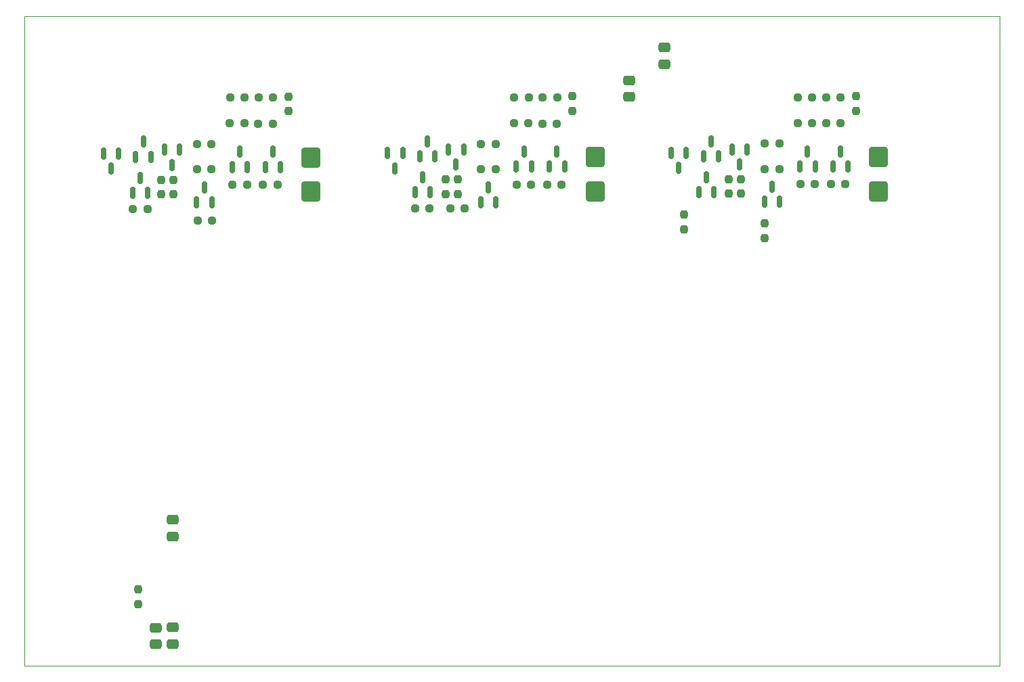
<source format=gbr>
%TF.GenerationSoftware,KiCad,Pcbnew,8.0.8*%
%TF.CreationDate,2025-11-10T08:34:54-07:00*%
%TF.ProjectId,WiegandTest,57696567-616e-4645-9465-73742e6b6963,A*%
%TF.SameCoordinates,Original*%
%TF.FileFunction,Paste,Top*%
%TF.FilePolarity,Positive*%
%FSLAX46Y46*%
G04 Gerber Fmt 4.6, Leading zero omitted, Abs format (unit mm)*
G04 Created by KiCad (PCBNEW 8.0.8) date 2025-11-10 08:34:54*
%MOMM*%
%LPD*%
G01*
G04 APERTURE LIST*
G04 Aperture macros list*
%AMRoundRect*
0 Rectangle with rounded corners*
0 $1 Rounding radius*
0 $2 $3 $4 $5 $6 $7 $8 $9 X,Y pos of 4 corners*
0 Add a 4 corners polygon primitive as box body*
4,1,4,$2,$3,$4,$5,$6,$7,$8,$9,$2,$3,0*
0 Add four circle primitives for the rounded corners*
1,1,$1+$1,$2,$3*
1,1,$1+$1,$4,$5*
1,1,$1+$1,$6,$7*
1,1,$1+$1,$8,$9*
0 Add four rect primitives between the rounded corners*
20,1,$1+$1,$2,$3,$4,$5,0*
20,1,$1+$1,$4,$5,$6,$7,0*
20,1,$1+$1,$6,$7,$8,$9,0*
20,1,$1+$1,$8,$9,$2,$3,0*%
G04 Aperture macros list end*
%ADD10RoundRect,0.150000X-0.150000X0.587500X-0.150000X-0.587500X0.150000X-0.587500X0.150000X0.587500X0*%
%ADD11RoundRect,0.237500X-0.250000X-0.237500X0.250000X-0.237500X0.250000X0.237500X-0.250000X0.237500X0*%
%ADD12RoundRect,0.237500X0.250000X0.237500X-0.250000X0.237500X-0.250000X-0.237500X0.250000X-0.237500X0*%
%ADD13RoundRect,0.150000X0.150000X-0.587500X0.150000X0.587500X-0.150000X0.587500X-0.150000X-0.587500X0*%
%ADD14RoundRect,0.237500X-0.237500X0.250000X-0.237500X-0.250000X0.237500X-0.250000X0.237500X0.250000X0*%
%ADD15RoundRect,0.250000X0.475000X-0.337500X0.475000X0.337500X-0.475000X0.337500X-0.475000X-0.337500X0*%
%ADD16RoundRect,0.250000X-0.475000X0.337500X-0.475000X-0.337500X0.475000X-0.337500X0.475000X0.337500X0*%
%ADD17RoundRect,0.250000X-0.900000X1.000000X-0.900000X-1.000000X0.900000X-1.000000X0.900000X1.000000X0*%
%ADD18RoundRect,0.237500X0.237500X-0.250000X0.237500X0.250000X-0.237500X0.250000X-0.237500X-0.250000X0*%
%TA.AperFunction,Profile*%
%ADD19C,0.050000*%
%TD*%
G04 APERTURE END LIST*
D10*
%TO.C,D6*%
X160197200Y-68766300D03*
X158297200Y-68766300D03*
X159247200Y-70641300D03*
%TD*%
D11*
%TO.C,R29*%
X91405700Y-68097400D03*
X93230700Y-68097400D03*
%TD*%
D10*
%TO.C,D4*%
X152576700Y-69217300D03*
X150676700Y-69217300D03*
X151626700Y-71092300D03*
%TD*%
D12*
%TO.C,R35*%
X101485700Y-73177400D03*
X99660700Y-73177400D03*
%TD*%
D13*
%TO.C,Q1*%
X154128300Y-74114900D03*
X156028300Y-74114900D03*
X155078300Y-72239900D03*
%TD*%
%TO.C,D1*%
X154715800Y-69619100D03*
X156615800Y-69619100D03*
X155665800Y-67744100D03*
%TD*%
D14*
%TO.C,R12*%
X162331400Y-78030700D03*
X162331400Y-79855700D03*
%TD*%
D13*
%TO.C,Q7*%
X91368200Y-75384900D03*
X93268200Y-75384900D03*
X92318200Y-73509900D03*
%TD*%
%TO.C,Q2*%
X162335800Y-75334100D03*
X164235800Y-75334100D03*
X163285800Y-73459100D03*
%TD*%
D11*
%TO.C,R27*%
X118639900Y-76168400D03*
X120464900Y-76168400D03*
%TD*%
%TO.C,R10*%
X170029500Y-65506600D03*
X171854500Y-65506600D03*
%TD*%
D10*
%TO.C,D22*%
X89229600Y-68817100D03*
X87329600Y-68817100D03*
X88279600Y-70692100D03*
%TD*%
D15*
%TO.C,C6*%
X145409600Y-62200700D03*
X145409600Y-60125700D03*
%TD*%
D14*
%TO.C,R5*%
X157911800Y-72493500D03*
X157911800Y-74318500D03*
%TD*%
D16*
%TO.C,C1*%
X88366600Y-128578700D03*
X88366600Y-130653700D03*
%TD*%
D14*
%TO.C,R13*%
X173786800Y-62104900D03*
X173786800Y-63929900D03*
%TD*%
%TO.C,R24*%
X123972000Y-72512700D03*
X123972000Y-74337700D03*
%TD*%
D16*
%TO.C,C4*%
X149822000Y-56032400D03*
X149822000Y-58107400D03*
%TD*%
D11*
%TO.C,R9*%
X166473500Y-65455800D03*
X168298500Y-65455800D03*
%TD*%
D13*
%TO.C,Q4*%
X118664500Y-74134100D03*
X120564500Y-74134100D03*
X119614500Y-72259100D03*
%TD*%
D14*
%TO.C,R8*%
X159435800Y-72493500D03*
X159435800Y-74318500D03*
%TD*%
D10*
%TO.C,D14*%
X117112900Y-69236500D03*
X115212900Y-69236500D03*
X116162900Y-71111500D03*
%TD*%
D11*
%TO.C,R1*%
X162373300Y-68046600D03*
X164198300Y-68046600D03*
%TD*%
D12*
%TO.C,R32*%
X97675700Y-73177400D03*
X95850700Y-73177400D03*
%TD*%
D10*
%TO.C,D20*%
X81609100Y-69268100D03*
X79709100Y-69268100D03*
X80659100Y-71143100D03*
%TD*%
D12*
%TO.C,R19*%
X132860100Y-62249200D03*
X131035100Y-62249200D03*
%TD*%
D15*
%TO.C,C2*%
X88341200Y-117166300D03*
X88341200Y-115091300D03*
%TD*%
D13*
%TO.C,D3*%
X166780800Y-70889100D03*
X168680800Y-70889100D03*
X167730800Y-69014100D03*
%TD*%
%TO.C,D17*%
X83748200Y-69669900D03*
X85648200Y-69669900D03*
X84698200Y-67794900D03*
%TD*%
D10*
%TO.C,D16*%
X124733400Y-68785500D03*
X122833400Y-68785500D03*
X123783400Y-70660500D03*
%TD*%
D13*
%TO.C,D19*%
X95813200Y-70939900D03*
X97713200Y-70939900D03*
X96763200Y-69064900D03*
%TD*%
D12*
%TO.C,R34*%
X100912300Y-62280800D03*
X99087300Y-62280800D03*
%TD*%
D13*
%TO.C,Q6*%
X83352600Y-74165700D03*
X85252600Y-74165700D03*
X84302600Y-72290700D03*
%TD*%
D12*
%TO.C,R7*%
X172453300Y-73126600D03*
X170628300Y-73126600D03*
%TD*%
D16*
%TO.C,C3*%
X86283800Y-128600200D03*
X86283800Y-130675200D03*
%TD*%
D11*
%TO.C,R2*%
X162373300Y-71221600D03*
X164198300Y-71221600D03*
%TD*%
D17*
%TO.C,D2*%
X176620800Y-69706600D03*
X176620800Y-74006600D03*
%TD*%
D14*
%TO.C,R41*%
X138323000Y-62124100D03*
X138323000Y-63949100D03*
%TD*%
D12*
%TO.C,R20*%
X133179500Y-73145800D03*
X131354500Y-73145800D03*
%TD*%
D17*
%TO.C,D12*%
X141157000Y-69725800D03*
X141157000Y-74025800D03*
%TD*%
D11*
%TO.C,R25*%
X131009700Y-65475000D03*
X132834700Y-65475000D03*
%TD*%
%TO.C,R18*%
X126909500Y-71240800D03*
X128734500Y-71240800D03*
%TD*%
%TO.C,R30*%
X91405700Y-71272400D03*
X93230700Y-71272400D03*
%TD*%
%TO.C,R17*%
X126909500Y-68065800D03*
X128734500Y-68065800D03*
%TD*%
D13*
%TO.C,D21*%
X99943200Y-70939900D03*
X101843200Y-70939900D03*
X100893200Y-69064900D03*
%TD*%
D11*
%TO.C,R38*%
X99061900Y-65557400D03*
X100886900Y-65557400D03*
%TD*%
D13*
%TO.C,Q5*%
X126872000Y-75353300D03*
X128772000Y-75353300D03*
X127822000Y-73478300D03*
%TD*%
D12*
%TO.C,R31*%
X97356300Y-62280800D03*
X95531300Y-62280800D03*
%TD*%
D14*
%TO.C,R36*%
X88468200Y-72544300D03*
X88468200Y-74369300D03*
%TD*%
%TO.C,R21*%
X122448000Y-72512700D03*
X122448000Y-74337700D03*
%TD*%
D12*
%TO.C,R23*%
X136989500Y-73145800D03*
X135164500Y-73145800D03*
%TD*%
D11*
%TO.C,R40*%
X91467300Y-77673200D03*
X93292300Y-77673200D03*
%TD*%
D12*
%TO.C,R3*%
X168323900Y-62230000D03*
X166498900Y-62230000D03*
%TD*%
D13*
%TO.C,D11*%
X119252000Y-69638300D03*
X121152000Y-69638300D03*
X120202000Y-67763300D03*
%TD*%
D12*
%TO.C,R6*%
X171879900Y-62230000D03*
X170054900Y-62230000D03*
%TD*%
D13*
%TO.C,D5*%
X170910800Y-70889100D03*
X172810800Y-70889100D03*
X171860800Y-69014100D03*
%TD*%
D14*
%TO.C,R42*%
X102819200Y-62155700D03*
X102819200Y-63980700D03*
%TD*%
D18*
%TO.C,R14*%
X84074000Y-125651900D03*
X84074000Y-123826900D03*
%TD*%
D17*
%TO.C,D18*%
X105653200Y-69757400D03*
X105653200Y-74057400D03*
%TD*%
D12*
%TO.C,R4*%
X168643300Y-73126600D03*
X166818300Y-73126600D03*
%TD*%
D13*
%TO.C,D15*%
X135447000Y-70908300D03*
X137347000Y-70908300D03*
X136397000Y-69033300D03*
%TD*%
D11*
%TO.C,R37*%
X95505900Y-65506600D03*
X97330900Y-65506600D03*
%TD*%
%TO.C,R26*%
X134565700Y-65525800D03*
X136390700Y-65525800D03*
%TD*%
D14*
%TO.C,R33*%
X86944200Y-72544300D03*
X86944200Y-74369300D03*
%TD*%
%TO.C,R11*%
X152298400Y-76913100D03*
X152298400Y-78738100D03*
%TD*%
D13*
%TO.C,D13*%
X131317000Y-70908300D03*
X133217000Y-70908300D03*
X132267000Y-69033300D03*
%TD*%
D11*
%TO.C,R39*%
X83390100Y-76250800D03*
X85215100Y-76250800D03*
%TD*%
D12*
%TO.C,R22*%
X136416100Y-62249200D03*
X134591100Y-62249200D03*
%TD*%
%TO.C,R28*%
X124873700Y-76149200D03*
X123048700Y-76149200D03*
%TD*%
D19*
X69850000Y-52070000D02*
X191770000Y-52070000D01*
X191770000Y-133350000D01*
X69850000Y-133350000D01*
X69850000Y-52070000D01*
M02*

</source>
